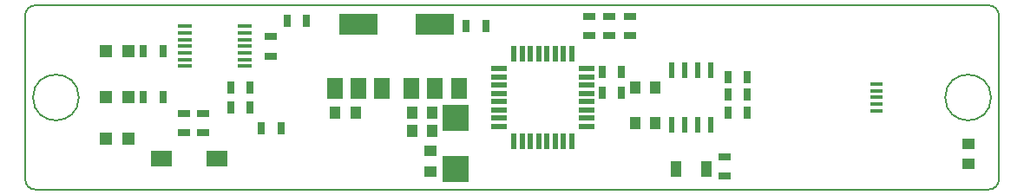
<source format=gbr>
%TF.GenerationSoftware,KiCad,Pcbnew,4.0.7*%
%TF.CreationDate,2018-01-21T21:44:21+02:00*%
%TF.ProjectId,OilMeteo_V2.0,4F696C4D6574656F5F56322E302E6B69,rev?*%
%TF.FileFunction,Paste,Top*%
%FSLAX46Y46*%
G04 Gerber Fmt 4.6, Leading zero omitted, Abs format (unit mm)*
G04 Created by KiCad (PCBNEW 4.0.7) date 01/21/18 21:44:21*
%MOMM*%
%LPD*%
G01*
G04 APERTURE LIST*
%ADD10C,0.150000*%
%ADD11R,1.250000X1.000000*%
%ADD12R,2.500000X2.550000*%
%ADD13R,1.000000X1.250000*%
%ADD14R,1.000000X1.600000*%
%ADD15R,1.300000X0.450000*%
%ADD16R,1.200000X1.200000*%
%ADD17R,1.300000X0.700000*%
%ADD18R,0.700000X1.300000*%
%ADD19R,2.000000X1.600000*%
%ADD20R,0.550000X1.600000*%
%ADD21R,1.600000X0.550000*%
%ADD22R,3.800000X2.000000*%
%ADD23R,1.500000X2.000000*%
%ADD24R,1.450000X0.450000*%
%ADD25R,0.600000X1.550000*%
G04 APERTURE END LIST*
D10*
X100000000Y-35000000D02*
X193000000Y-35000000D01*
X99000000Y-52000000D02*
X99000000Y-36000000D01*
X193000000Y-53000000D02*
X100000000Y-53000000D01*
X194000000Y-36000000D02*
X194000000Y-52000000D01*
X194000000Y-36000000D02*
G75*
G03X193000000Y-35000000I-1000000J0D01*
G01*
X193000000Y-53000000D02*
G75*
G03X194000000Y-52000000I0J1000000D01*
G01*
X99000000Y-52000000D02*
G75*
G03X100000000Y-53000000I1000000J0D01*
G01*
X100000000Y-35000000D02*
G75*
G03X99000000Y-36000000I0J-1000000D01*
G01*
X104236068Y-44000000D02*
G75*
G03X104236068Y-44000000I-2236068J0D01*
G01*
X193236068Y-44000000D02*
G75*
G03X193236068Y-44000000I-2236068J0D01*
G01*
D11*
X138500000Y-49250000D03*
X138500000Y-51250000D03*
D12*
X141000000Y-45975000D03*
X141000000Y-51025000D03*
D13*
X138750000Y-47250000D03*
X136750000Y-47250000D03*
D11*
X191000000Y-48500000D03*
X191000000Y-50500000D03*
D13*
X158500000Y-43000000D03*
X160500000Y-43000000D03*
X131250000Y-45500000D03*
X129250000Y-45500000D03*
X138750000Y-45500000D03*
X136750000Y-45500000D03*
X160500000Y-46500000D03*
X158500000Y-46500000D03*
D14*
X162500000Y-51000000D03*
X165500000Y-51000000D03*
D15*
X182100000Y-45300000D03*
X182100000Y-44650000D03*
X182100000Y-44000000D03*
X182100000Y-43350000D03*
X182100000Y-42700000D03*
D16*
X109100000Y-39500000D03*
X106900000Y-39500000D03*
X109100000Y-44000000D03*
X106900000Y-44000000D03*
D17*
X116357400Y-45532000D03*
X116357400Y-47432000D03*
D18*
X157200000Y-43500000D03*
X155300000Y-43500000D03*
X157200000Y-41500000D03*
X155300000Y-41500000D03*
X110550000Y-44000000D03*
X112450000Y-44000000D03*
D17*
X154000000Y-36050000D03*
X154000000Y-37950000D03*
D18*
X110550000Y-39500000D03*
X112450000Y-39500000D03*
X123950000Y-47000000D03*
X122050000Y-47000000D03*
D17*
X114500000Y-47450000D03*
X114500000Y-45550000D03*
D18*
X119050000Y-43000000D03*
X120950000Y-43000000D03*
X119050000Y-45000000D03*
X120950000Y-45000000D03*
X142050000Y-37000000D03*
X143950000Y-37000000D03*
D17*
X123000000Y-38050000D03*
X123000000Y-39950000D03*
D18*
X124550000Y-36500000D03*
X126450000Y-36500000D03*
X167550000Y-42000000D03*
X169450000Y-42000000D03*
X167550000Y-45500000D03*
X169450000Y-45500000D03*
X167550000Y-43750000D03*
X169450000Y-43750000D03*
D17*
X156000000Y-36050000D03*
X156000000Y-37950000D03*
X158000000Y-36050000D03*
X158000000Y-37950000D03*
X167250000Y-49800000D03*
X167250000Y-51700000D03*
D16*
X109100000Y-48000000D03*
X106900000Y-48000000D03*
D19*
X117700000Y-50000000D03*
X112300000Y-50000000D03*
D20*
X152300000Y-39750000D03*
X151500000Y-39750000D03*
X150700000Y-39750000D03*
X149900000Y-39750000D03*
X149100000Y-39750000D03*
X148300000Y-39750000D03*
X147500000Y-39750000D03*
X146700000Y-39750000D03*
D21*
X145250000Y-41200000D03*
X145250000Y-42000000D03*
X145250000Y-42800000D03*
X145250000Y-43600000D03*
X145250000Y-44400000D03*
X145250000Y-45200000D03*
X145250000Y-46000000D03*
X145250000Y-46800000D03*
D20*
X146700000Y-48250000D03*
X147500000Y-48250000D03*
X148300000Y-48250000D03*
X149100000Y-48250000D03*
X149900000Y-48250000D03*
X150700000Y-48250000D03*
X151500000Y-48250000D03*
X152300000Y-48250000D03*
D21*
X153750000Y-46800000D03*
X153750000Y-46000000D03*
X153750000Y-45200000D03*
X153750000Y-44400000D03*
X153750000Y-43600000D03*
X153750000Y-42800000D03*
X153750000Y-42000000D03*
X153750000Y-41200000D03*
D22*
X139000000Y-36850000D03*
D23*
X139000000Y-43150000D03*
X141300000Y-43150000D03*
X136700000Y-43150000D03*
D24*
X114550000Y-37050000D03*
X114550000Y-37700000D03*
X114550000Y-38350000D03*
X114550000Y-39000000D03*
X114550000Y-39650000D03*
X114550000Y-40300000D03*
X114550000Y-40950000D03*
X120450000Y-40950000D03*
X120450000Y-40300000D03*
X120450000Y-39650000D03*
X120450000Y-39000000D03*
X120450000Y-38350000D03*
X120450000Y-37700000D03*
X120450000Y-37050000D03*
D22*
X131500000Y-36850000D03*
D23*
X131500000Y-43150000D03*
X133800000Y-43150000D03*
X129200000Y-43150000D03*
D25*
X165905000Y-41300000D03*
X164635000Y-41300000D03*
X163365000Y-41300000D03*
X162095000Y-41300000D03*
X162095000Y-46700000D03*
X163365000Y-46700000D03*
X164635000Y-46700000D03*
X165905000Y-46700000D03*
M02*

</source>
